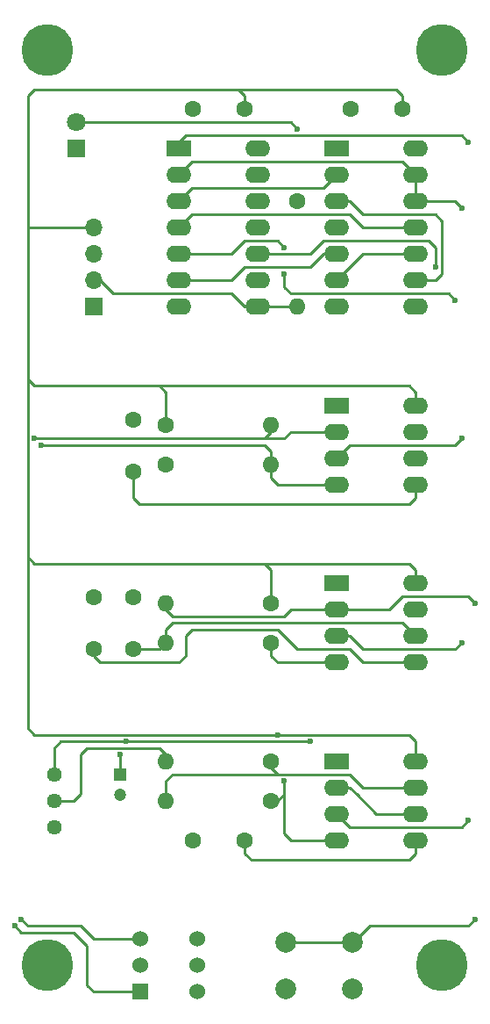
<source format=gtl>
G04 #@! TF.FileFunction,Copper,L1,Top,Signal*
%FSLAX46Y46*%
G04 Gerber Fmt 4.6, Leading zero omitted, Abs format (unit mm)*
G04 Created by KiCad (PCBNEW 4.0.7) date 11/16/19 22:45:38*
%MOMM*%
%LPD*%
G01*
G04 APERTURE LIST*
%ADD10C,0.100000*%
%ADD11C,5.000000*%
%ADD12C,1.600000*%
%ADD13O,1.600000X1.600000*%
%ADD14R,1.800000X1.800000*%
%ADD15C,1.800000*%
%ADD16C,1.440000*%
%ADD17C,2.000000*%
%ADD18R,2.400000X1.600000*%
%ADD19O,2.400000X1.600000*%
%ADD20R,1.200000X1.200000*%
%ADD21C,1.200000*%
%ADD22R,1.700000X1.700000*%
%ADD23O,1.700000X1.700000*%
%ADD24C,1.524000*%
%ADD25R,1.524000X1.524000*%
%ADD26C,0.600000*%
%ADD27C,0.250000*%
G04 APERTURE END LIST*
D10*
D11*
X167005000Y-149225000D03*
X128905000Y-149225000D03*
X128905000Y-60960000D03*
X167005000Y-60960000D03*
D12*
X137160000Y-101600000D03*
X137160000Y-96600000D03*
X133350000Y-118745000D03*
X133350000Y-113745000D03*
X137160000Y-118745000D03*
X137160000Y-113745000D03*
X147955000Y-66675000D03*
X142955000Y-66675000D03*
X147955000Y-137160000D03*
X142955000Y-137160000D03*
X150495000Y-133350000D03*
D13*
X140335000Y-133350000D03*
D12*
X150495000Y-129540000D03*
D13*
X140335000Y-129540000D03*
D12*
X150495000Y-114300000D03*
D13*
X140335000Y-114300000D03*
D12*
X140335000Y-100965000D03*
D13*
X150495000Y-100965000D03*
D12*
X153035000Y-75565000D03*
D13*
X153035000Y-85725000D03*
D14*
X131699000Y-70485000D03*
D15*
X131699000Y-67945000D03*
D12*
X150495000Y-118110000D03*
D13*
X140335000Y-118110000D03*
D12*
X140335000Y-97155000D03*
D13*
X150495000Y-97155000D03*
D16*
X129540000Y-130810000D03*
X129540000Y-133350000D03*
X129540000Y-135890000D03*
D17*
X158369000Y-147011000D03*
X158369000Y-151511000D03*
X151869000Y-147011000D03*
X151869000Y-151511000D03*
D18*
X141605000Y-70485000D03*
D19*
X149225000Y-85725000D03*
X141605000Y-73025000D03*
X149225000Y-83185000D03*
X141605000Y-75565000D03*
X149225000Y-80645000D03*
X141605000Y-78105000D03*
X149225000Y-78105000D03*
X141605000Y-80645000D03*
X149225000Y-75565000D03*
X141605000Y-83185000D03*
X149225000Y-73025000D03*
X141605000Y-85725000D03*
X149225000Y-70485000D03*
D20*
X135890000Y-130810000D03*
D21*
X135890000Y-132810000D03*
D12*
X163195000Y-66675000D03*
X158195000Y-66675000D03*
D22*
X133350000Y-85725000D03*
D23*
X133350000Y-83185000D03*
X133350000Y-80645000D03*
X133350000Y-78105000D03*
D18*
X156845000Y-129540000D03*
D19*
X164465000Y-137160000D03*
X156845000Y-132080000D03*
X164465000Y-134620000D03*
X156845000Y-134620000D03*
X164465000Y-132080000D03*
X156845000Y-137160000D03*
X164465000Y-129540000D03*
D18*
X156845000Y-112395000D03*
D19*
X164465000Y-120015000D03*
X156845000Y-114935000D03*
X164465000Y-117475000D03*
X156845000Y-117475000D03*
X164465000Y-114935000D03*
X156845000Y-120015000D03*
X164465000Y-112395000D03*
D18*
X156845000Y-95250000D03*
D19*
X164465000Y-102870000D03*
X156845000Y-97790000D03*
X164465000Y-100330000D03*
X156845000Y-100330000D03*
X164465000Y-97790000D03*
X156845000Y-102870000D03*
X164465000Y-95250000D03*
D18*
X156845000Y-70485000D03*
D19*
X164465000Y-85725000D03*
X156845000Y-73025000D03*
X164465000Y-83185000D03*
X156845000Y-75565000D03*
X164465000Y-80645000D03*
X156845000Y-78105000D03*
X164465000Y-78105000D03*
X156845000Y-80645000D03*
X164465000Y-75565000D03*
X156845000Y-83185000D03*
X164465000Y-73025000D03*
X156845000Y-85725000D03*
X164465000Y-70485000D03*
D24*
X137864000Y-146685000D03*
X137864000Y-149225000D03*
D25*
X137864000Y-151765000D03*
D24*
X143314000Y-151765000D03*
X143314000Y-149225000D03*
X143314000Y-146685000D03*
D26*
X151130000Y-127000000D03*
X151765000Y-131445000D03*
X153035000Y-68580000D03*
X154305000Y-127635000D03*
X136525000Y-127635000D03*
X135890000Y-128905000D03*
X170180000Y-144780000D03*
X170180000Y-114300000D03*
X125730000Y-145415000D03*
X127635000Y-98425000D03*
X126365000Y-144780000D03*
X128270000Y-99060000D03*
X169545000Y-69850000D03*
X169545000Y-135255000D03*
X151765000Y-82550000D03*
X168910000Y-118110000D03*
X151765000Y-80010000D03*
X168275000Y-85090000D03*
X168910000Y-76200000D03*
X168910000Y-98425000D03*
X166370000Y-81915000D03*
D27*
X151765000Y-132715000D02*
X151765000Y-136525000D01*
X151765000Y-136525000D02*
X152400000Y-137160000D01*
X150495000Y-118110000D02*
X150495000Y-119380000D01*
X151130000Y-120015000D02*
X156845000Y-120015000D01*
X150495000Y-119380000D02*
X151130000Y-120015000D01*
X150495000Y-114300000D02*
X150495000Y-111125000D01*
X150495000Y-111125000D02*
X149860000Y-110490000D01*
X150495000Y-133350000D02*
X151130000Y-133350000D01*
X151130000Y-133350000D02*
X151765000Y-132715000D01*
X151765000Y-132715000D02*
X151765000Y-131445000D01*
X152400000Y-137160000D02*
X156845000Y-137160000D01*
X127000000Y-126365000D02*
X127635000Y-127000000D01*
X164465000Y-127635000D02*
X164465000Y-128270000D01*
X163830000Y-127000000D02*
X164465000Y-127635000D01*
X127635000Y-127000000D02*
X151130000Y-127000000D01*
X151130000Y-127000000D02*
X163830000Y-127000000D01*
X147955000Y-66675000D02*
X147955000Y-65405000D01*
X147955000Y-65405000D02*
X147320000Y-64770000D01*
X139065000Y-64770000D02*
X147320000Y-64770000D01*
X127000000Y-78105000D02*
X127000000Y-65405000D01*
X127635000Y-64770000D02*
X139065000Y-64770000D01*
X127000000Y-65405000D02*
X127635000Y-64770000D01*
X147320000Y-64770000D02*
X162560000Y-64770000D01*
X162560000Y-64770000D02*
X163195000Y-65405000D01*
X163195000Y-65405000D02*
X163195000Y-66675000D01*
X129540000Y-78105000D02*
X127000000Y-78105000D01*
X127000000Y-78105000D02*
X127000000Y-80645000D01*
X164465000Y-129540000D02*
X164465000Y-128270000D01*
X127000000Y-126365000D02*
X127000000Y-109855000D01*
X127635000Y-110490000D02*
X127000000Y-109855000D01*
X149860000Y-110490000D02*
X127635000Y-110490000D01*
X164465000Y-111125000D02*
X163830000Y-110490000D01*
X164465000Y-112395000D02*
X164465000Y-111125000D01*
X163830000Y-110490000D02*
X149860000Y-110490000D01*
X127000000Y-109855000D02*
X127000000Y-92710000D01*
X140335000Y-97155000D02*
X140335000Y-93980000D01*
X140335000Y-93980000D02*
X139700000Y-93345000D01*
X149860000Y-93345000D02*
X139700000Y-93345000D01*
X164465000Y-95250000D02*
X164465000Y-93980000D01*
X163830000Y-93345000D02*
X149860000Y-93345000D01*
X164465000Y-93980000D02*
X163830000Y-93345000D01*
X139700000Y-93345000D02*
X127635000Y-93345000D01*
X129540000Y-78105000D02*
X133350000Y-78105000D01*
X127000000Y-80645000D02*
X127000000Y-92710000D01*
X127635000Y-93345000D02*
X127000000Y-92710000D01*
X131699000Y-67945000D02*
X152400000Y-67945000D01*
X152400000Y-67945000D02*
X153035000Y-68580000D01*
X137160000Y-101600000D02*
X137160000Y-103505000D01*
X164465000Y-104140000D02*
X164465000Y-102870000D01*
X163830000Y-104775000D02*
X164465000Y-104140000D01*
X137795000Y-104775000D02*
X163830000Y-104775000D01*
X137160000Y-104140000D02*
X137795000Y-104775000D01*
X137160000Y-103505000D02*
X137160000Y-104140000D01*
X164465000Y-120015000D02*
X159385000Y-120015000D01*
X159385000Y-120015000D02*
X158115000Y-118745000D01*
X133350000Y-118745000D02*
X133350000Y-119380000D01*
X133350000Y-119380000D02*
X133985000Y-120015000D01*
X153035000Y-118745000D02*
X158115000Y-118745000D01*
X151130000Y-116840000D02*
X153035000Y-118745000D01*
X142875000Y-116840000D02*
X151130000Y-116840000D01*
X142240000Y-117475000D02*
X142875000Y-116840000D01*
X142240000Y-119380000D02*
X142240000Y-117475000D01*
X141605000Y-120015000D02*
X142240000Y-119380000D01*
X133985000Y-120015000D02*
X141605000Y-120015000D01*
X158115000Y-116205000D02*
X163195000Y-116205000D01*
X163195000Y-116205000D02*
X164465000Y-117475000D01*
X140335000Y-116840000D02*
X140335000Y-118110000D01*
X140970000Y-116205000D02*
X140335000Y-116840000D01*
X158115000Y-116205000D02*
X140970000Y-116205000D01*
X137160000Y-118745000D02*
X139700000Y-118745000D01*
X139700000Y-118745000D02*
X140335000Y-118110000D01*
X164465000Y-137160000D02*
X164465000Y-138430000D01*
X147955000Y-138430000D02*
X147955000Y-137160000D01*
X148590000Y-139065000D02*
X147955000Y-138430000D01*
X163830000Y-139065000D02*
X148590000Y-139065000D01*
X164465000Y-138430000D02*
X163830000Y-139065000D01*
X164465000Y-134620000D02*
X160655000Y-134620000D01*
X160655000Y-134620000D02*
X158750000Y-132715000D01*
X158115000Y-132080000D02*
X156845000Y-132080000D01*
X158750000Y-132715000D02*
X158115000Y-132080000D01*
X135890000Y-130810000D02*
X135890000Y-128905000D01*
X129540000Y-130810000D02*
X129540000Y-128270000D01*
X136525000Y-127635000D02*
X154305000Y-127635000D01*
X130175000Y-127635000D02*
X136525000Y-127635000D01*
X129540000Y-128270000D02*
X130175000Y-127635000D01*
X142875000Y-84455000D02*
X146685000Y-84455000D01*
X146685000Y-84455000D02*
X147955000Y-85725000D01*
X149225000Y-85725000D02*
X147955000Y-85725000D01*
X135255000Y-84455000D02*
X133985000Y-83185000D01*
X142875000Y-84455000D02*
X135255000Y-84455000D01*
X133985000Y-83185000D02*
X133350000Y-83185000D01*
X153035000Y-85725000D02*
X149225000Y-85725000D01*
X140970000Y-130810000D02*
X140335000Y-131445000D01*
X150495000Y-129540000D02*
X150495000Y-130175000D01*
X150495000Y-130175000D02*
X151130000Y-130810000D01*
X160020000Y-132080000D02*
X159385000Y-132080000D01*
X159385000Y-132080000D02*
X158115000Y-130810000D01*
X160020000Y-132080000D02*
X164465000Y-132080000D01*
X158115000Y-130810000D02*
X154940000Y-130810000D01*
X163830000Y-131445000D02*
X164465000Y-132080000D01*
X140335000Y-133350000D02*
X140335000Y-131445000D01*
X140970000Y-130810000D02*
X151130000Y-130810000D01*
X151130000Y-130810000D02*
X152400000Y-130810000D01*
X152400000Y-130810000D02*
X154940000Y-130810000D01*
X156845000Y-114935000D02*
X161925000Y-114935000D01*
X161925000Y-114935000D02*
X163195000Y-113665000D01*
X168275000Y-145415000D02*
X169545000Y-145415000D01*
X168275000Y-113665000D02*
X163195000Y-113665000D01*
X158424000Y-147011000D02*
X160020000Y-145415000D01*
X160020000Y-145415000D02*
X168275000Y-145415000D01*
X169545000Y-145415000D02*
X170180000Y-144780000D01*
X170180000Y-114300000D02*
X169545000Y-113665000D01*
X169545000Y-113665000D02*
X168275000Y-113665000D01*
X156845000Y-114935000D02*
X152400000Y-114935000D01*
X140970000Y-115570000D02*
X140335000Y-114935000D01*
X151765000Y-115570000D02*
X140970000Y-115570000D01*
X152400000Y-114935000D02*
X151765000Y-115570000D01*
X140335000Y-114935000D02*
X140335000Y-114300000D01*
X158369000Y-147011000D02*
X158424000Y-147011000D01*
X151869000Y-147011000D02*
X158369000Y-147011000D01*
X156845000Y-97790000D02*
X152400000Y-97790000D01*
X152400000Y-97790000D02*
X151765000Y-98425000D01*
X135255000Y-98425000D02*
X127635000Y-98425000D01*
X132715000Y-147320000D02*
X131445000Y-146050000D01*
X131445000Y-146050000D02*
X127000000Y-146050000D01*
X133350000Y-151765000D02*
X132715000Y-151130000D01*
X132715000Y-151130000D02*
X132715000Y-147320000D01*
X137864000Y-151765000D02*
X133350000Y-151765000D01*
X126365000Y-146050000D02*
X125730000Y-145415000D01*
X127000000Y-146050000D02*
X126365000Y-146050000D01*
X135255000Y-98425000D02*
X149860000Y-98425000D01*
X149860000Y-98425000D02*
X151765000Y-98425000D01*
X156210000Y-98425000D02*
X156845000Y-97790000D01*
X150495000Y-97155000D02*
X150495000Y-97790000D01*
X150495000Y-97790000D02*
X149860000Y-98425000D01*
X127635000Y-145415000D02*
X127000000Y-145415000D01*
X132080000Y-145415000D02*
X127635000Y-145415000D01*
X137864000Y-146685000D02*
X134620000Y-146685000D01*
X133350000Y-146685000D02*
X132080000Y-145415000D01*
X134620000Y-146685000D02*
X133350000Y-146685000D01*
X127000000Y-145415000D02*
X126365000Y-144780000D01*
X150495000Y-99695000D02*
X150495000Y-100965000D01*
X149860000Y-99060000D02*
X150495000Y-99695000D01*
X128270000Y-99060000D02*
X149860000Y-99060000D01*
X156845000Y-102870000D02*
X151130000Y-102870000D01*
X150495000Y-102235000D02*
X150495000Y-100965000D01*
X151130000Y-102870000D02*
X150495000Y-102235000D01*
X141605000Y-70485000D02*
X141605000Y-69850000D01*
X141605000Y-69850000D02*
X142240000Y-69215000D01*
X142240000Y-69215000D02*
X168910000Y-69215000D01*
X168910000Y-69215000D02*
X169545000Y-69850000D01*
X167005000Y-135890000D02*
X168910000Y-135890000D01*
X158115000Y-135890000D02*
X167005000Y-135890000D01*
X156845000Y-134620000D02*
X158115000Y-135890000D01*
X168910000Y-135890000D02*
X169545000Y-135255000D01*
X154305000Y-84455000D02*
X152400000Y-84455000D01*
X151765000Y-83820000D02*
X151765000Y-82550000D01*
X152400000Y-84455000D02*
X151765000Y-83820000D01*
X161925000Y-84455000D02*
X167640000Y-84455000D01*
X158115000Y-117475000D02*
X159385000Y-118745000D01*
X159385000Y-118745000D02*
X168275000Y-118745000D01*
X168275000Y-118745000D02*
X168910000Y-118110000D01*
X156845000Y-117475000D02*
X158115000Y-117475000D01*
X146685000Y-80645000D02*
X147955000Y-79375000D01*
X146685000Y-80645000D02*
X141605000Y-80645000D01*
X151130000Y-79375000D02*
X151765000Y-80010000D01*
X147955000Y-79375000D02*
X151130000Y-79375000D01*
X154305000Y-84455000D02*
X161925000Y-84455000D01*
X167640000Y-84455000D02*
X168275000Y-85090000D01*
X168275000Y-75565000D02*
X164465000Y-75565000D01*
X168910000Y-76200000D02*
X168275000Y-75565000D01*
X156845000Y-100330000D02*
X158115000Y-99060000D01*
X168275000Y-99060000D02*
X168910000Y-98425000D01*
X158115000Y-99060000D02*
X168275000Y-99060000D01*
X151765000Y-71755000D02*
X163195000Y-71755000D01*
X142875000Y-71755000D02*
X151765000Y-71755000D01*
X141605000Y-73025000D02*
X142875000Y-71755000D01*
X163195000Y-71755000D02*
X164465000Y-73025000D01*
X164465000Y-75565000D02*
X164465000Y-73025000D01*
X151765000Y-74295000D02*
X155575000Y-74295000D01*
X142875000Y-74295000D02*
X151765000Y-74295000D01*
X141605000Y-75565000D02*
X142875000Y-74295000D01*
X155575000Y-74295000D02*
X156845000Y-73025000D01*
X158115000Y-79375000D02*
X165735000Y-79375000D01*
X166370000Y-80010000D02*
X166370000Y-81915000D01*
X165735000Y-79375000D02*
X166370000Y-80010000D01*
X149225000Y-80645000D02*
X154305000Y-80645000D01*
X154305000Y-80645000D02*
X155575000Y-79375000D01*
X158115000Y-79375000D02*
X155575000Y-79375000D01*
X149860000Y-80645000D02*
X149225000Y-80645000D01*
X165735000Y-76835000D02*
X166370000Y-76835000D01*
X166370000Y-83185000D02*
X165735000Y-83185000D01*
X167005000Y-82550000D02*
X166370000Y-83185000D01*
X167005000Y-77470000D02*
X167005000Y-82550000D01*
X166370000Y-76835000D02*
X167005000Y-77470000D01*
X156845000Y-75565000D02*
X158115000Y-75565000D01*
X165735000Y-83185000D02*
X164465000Y-83185000D01*
X159385000Y-76835000D02*
X165735000Y-76835000D01*
X158115000Y-75565000D02*
X159385000Y-76835000D01*
X160020000Y-80645000D02*
X159385000Y-80645000D01*
X159385000Y-80645000D02*
X156845000Y-83185000D01*
X164465000Y-80645000D02*
X160020000Y-80645000D01*
X164465000Y-80645000D02*
X163830000Y-80645000D01*
X141605000Y-83185000D02*
X146685000Y-83185000D01*
X146685000Y-83185000D02*
X147955000Y-81915000D01*
X156845000Y-80645000D02*
X155575000Y-80645000D01*
X155575000Y-80645000D02*
X154305000Y-81915000D01*
X147955000Y-81915000D02*
X154305000Y-81915000D01*
X160020000Y-78105000D02*
X159385000Y-78105000D01*
X159385000Y-78105000D02*
X158115000Y-76835000D01*
X164465000Y-78105000D02*
X160020000Y-78105000D01*
X141605000Y-78105000D02*
X142875000Y-76835000D01*
X142875000Y-76835000D02*
X158115000Y-76835000D01*
X138430000Y-128270000D02*
X139700000Y-128270000D01*
X131445000Y-133350000D02*
X132080000Y-132715000D01*
X129540000Y-133350000D02*
X131445000Y-133350000D01*
X132080000Y-132715000D02*
X132080000Y-128905000D01*
X132080000Y-128905000D02*
X132715000Y-128270000D01*
X132715000Y-128270000D02*
X138430000Y-128270000D01*
X139700000Y-128270000D02*
X140335000Y-128905000D01*
X140335000Y-128905000D02*
X140335000Y-129540000D01*
M02*

</source>
